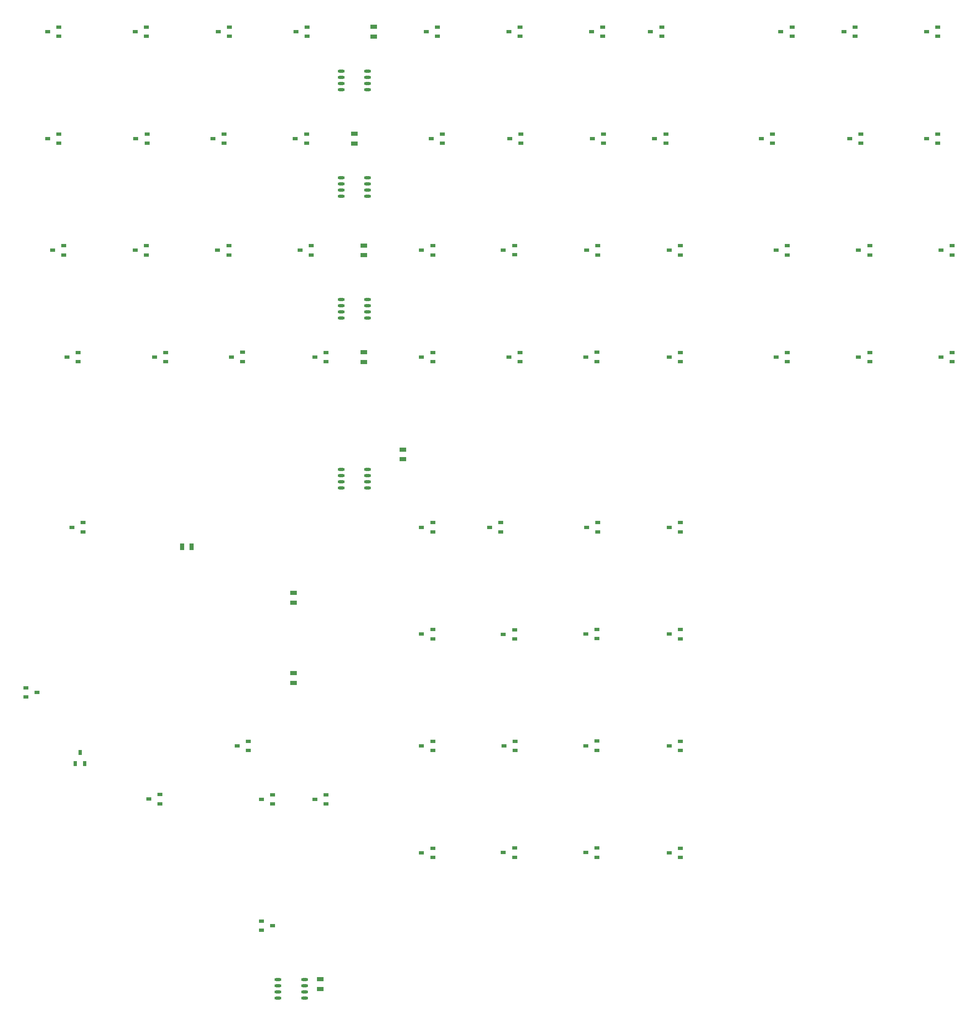
<source format=gbr>
%TF.GenerationSoftware,Altium Limited,Altium Designer,20.2.5 (213)*%
G04 Layer_Color=8421504*
%FSLAX45Y45*%
%MOMM*%
%TF.SameCoordinates,662F433C-BD6F-4083-8A0F-E7C0AAC1164F*%
%TF.FilePolarity,Positive*%
%TF.FileFunction,Paste,Top*%
%TF.Part,Single*%
G01*
G75*
%TA.AperFunction,SMDPad,CuDef*%
%ADD10R,1.05000X0.65000*%
%ADD11R,0.65000X1.05000*%
%ADD12R,0.95000X1.40000*%
%ADD13R,1.40000X0.95000*%
%ADD14O,1.45000X0.60000*%
D10*
X435000Y7895000D02*
D03*
Y7705000D02*
D03*
X665000Y7800000D02*
D03*
X13914999Y4405000D02*
D03*
Y4595000D02*
D03*
X13685001Y4500000D02*
D03*
X12200000Y4410000D02*
D03*
Y4600000D02*
D03*
X11970000Y4505000D02*
D03*
X10500000Y4410000D02*
D03*
Y4600000D02*
D03*
X10270000Y4505000D02*
D03*
X8815000Y4405000D02*
D03*
Y4595000D02*
D03*
X8585000Y4500000D02*
D03*
X5285000Y3095000D02*
D03*
Y2905000D02*
D03*
X5515000Y3000000D02*
D03*
X13914999Y6605000D02*
D03*
Y6795000D02*
D03*
X13685001Y6700000D02*
D03*
X12200000Y6610000D02*
D03*
Y6800000D02*
D03*
X11970000Y6705000D02*
D03*
X10515000Y6605000D02*
D03*
Y6795000D02*
D03*
X10285000Y6700000D02*
D03*
X8815000Y6605000D02*
D03*
Y6795000D02*
D03*
X8585000Y6700000D02*
D03*
X6615000Y5505000D02*
D03*
Y5695000D02*
D03*
X6385000Y5600000D02*
D03*
X5515000Y5505000D02*
D03*
Y5695000D02*
D03*
X5285000Y5600000D02*
D03*
X3200000Y5510000D02*
D03*
Y5700000D02*
D03*
X2970000Y5605000D02*
D03*
X13914999Y8905000D02*
D03*
Y9095000D02*
D03*
X13685001Y9000000D02*
D03*
X12200000Y8910000D02*
D03*
Y9100000D02*
D03*
X11970000Y9005000D02*
D03*
X10500000Y8900000D02*
D03*
Y9090000D02*
D03*
X10270000Y8995000D02*
D03*
X8815000Y8905000D02*
D03*
Y9095000D02*
D03*
X8585000Y9000000D02*
D03*
X5015000Y6605000D02*
D03*
Y6795000D02*
D03*
X4785000Y6700000D02*
D03*
X13914999Y11105000D02*
D03*
Y11295000D02*
D03*
X13685001Y11200000D02*
D03*
X12215000Y11105000D02*
D03*
Y11295000D02*
D03*
X11985000Y11200000D02*
D03*
X10215000Y11105000D02*
D03*
Y11295000D02*
D03*
X9985000Y11200000D02*
D03*
X8815000Y11105000D02*
D03*
Y11295000D02*
D03*
X8585000Y11200000D02*
D03*
X1615000Y11105000D02*
D03*
Y11295000D02*
D03*
X1385000Y11200000D02*
D03*
X19514999Y14605000D02*
D03*
Y14795000D02*
D03*
X19285001Y14700000D02*
D03*
X17814999Y14605000D02*
D03*
Y14795000D02*
D03*
X17585001Y14700000D02*
D03*
X16114999Y14605000D02*
D03*
Y14795000D02*
D03*
X15885001Y14700000D02*
D03*
X13914999Y14605000D02*
D03*
Y14795000D02*
D03*
X13685001Y14700000D02*
D03*
X12200000Y14610001D02*
D03*
Y14800000D02*
D03*
X11970000Y14705000D02*
D03*
X10615000Y14605000D02*
D03*
Y14795000D02*
D03*
X10385000Y14700000D02*
D03*
X8815000Y14605000D02*
D03*
Y14795000D02*
D03*
X8585000Y14700000D02*
D03*
X6615000Y14605000D02*
D03*
Y14795000D02*
D03*
X6385000Y14700000D02*
D03*
X4900000Y14610001D02*
D03*
Y14800000D02*
D03*
X4670000Y14705000D02*
D03*
X3315000Y14605000D02*
D03*
Y14795000D02*
D03*
X3085000Y14700000D02*
D03*
X1515000Y14605000D02*
D03*
Y14795000D02*
D03*
X1285000Y14700000D02*
D03*
X19514999Y16805000D02*
D03*
Y16995000D02*
D03*
X19285001Y16900000D02*
D03*
X17814999Y16805000D02*
D03*
Y16995000D02*
D03*
X17585001Y16900000D02*
D03*
X16114999Y16805000D02*
D03*
Y16995000D02*
D03*
X15885001Y16900000D02*
D03*
X13914999Y16805000D02*
D03*
Y16995000D02*
D03*
X13685001Y16900000D02*
D03*
X12215000Y16805000D02*
D03*
Y16995000D02*
D03*
X11985000Y16900000D02*
D03*
X10500000Y16810001D02*
D03*
Y17000000D02*
D03*
X10270000Y16905000D02*
D03*
X8815000Y16805000D02*
D03*
Y16995000D02*
D03*
X8585000Y16900000D02*
D03*
X6315000Y16805000D02*
D03*
Y16995000D02*
D03*
X6085000Y16900000D02*
D03*
X4615000Y16805000D02*
D03*
Y16995000D02*
D03*
X4385000Y16900000D02*
D03*
X2915000Y16805000D02*
D03*
Y16995000D02*
D03*
X2685000Y16900000D02*
D03*
X1215000Y16805000D02*
D03*
Y16995000D02*
D03*
X985000Y16900000D02*
D03*
X19214999Y19105000D02*
D03*
Y19295000D02*
D03*
X18985001Y19200000D02*
D03*
X17630000Y19105000D02*
D03*
Y19295000D02*
D03*
X17400000Y19200000D02*
D03*
X15814999Y19105000D02*
D03*
Y19295000D02*
D03*
X15585001Y19200000D02*
D03*
X13614999Y19105000D02*
D03*
Y19295000D02*
D03*
X13385001Y19200000D02*
D03*
X12330000Y19105000D02*
D03*
Y19295000D02*
D03*
X12100000Y19200000D02*
D03*
X10630000Y19105000D02*
D03*
Y19295000D02*
D03*
X10400000Y19200000D02*
D03*
X9015000Y19105000D02*
D03*
Y19295000D02*
D03*
X8785000Y19200000D02*
D03*
X6215000Y19105000D02*
D03*
Y19295000D02*
D03*
X5985000Y19200000D02*
D03*
X4515000Y19105000D02*
D03*
Y19295000D02*
D03*
X4285000Y19200000D02*
D03*
X2930000Y19105000D02*
D03*
Y19295000D02*
D03*
X2700000Y19200000D02*
D03*
X1115000Y19105000D02*
D03*
Y19295000D02*
D03*
X885000Y19200000D02*
D03*
X19214999Y21305000D02*
D03*
Y21495000D02*
D03*
X18985001Y21400000D02*
D03*
X17514999Y21305000D02*
D03*
Y21495000D02*
D03*
X17285001Y21400000D02*
D03*
X16214999Y21305000D02*
D03*
Y21495000D02*
D03*
X15985001Y21400000D02*
D03*
X13530000Y21305000D02*
D03*
Y21495000D02*
D03*
X13300000Y21400000D02*
D03*
X12315000Y21305000D02*
D03*
Y21495000D02*
D03*
X12085000Y21400000D02*
D03*
X10615000Y21305000D02*
D03*
Y21495000D02*
D03*
X10385000Y21400000D02*
D03*
X8915000Y21305000D02*
D03*
Y21495000D02*
D03*
X8685000Y21400000D02*
D03*
X6230000Y21305000D02*
D03*
Y21495000D02*
D03*
X6000000Y21400000D02*
D03*
X4630000Y21305000D02*
D03*
Y21495000D02*
D03*
X4400000Y21400000D02*
D03*
X2915000Y21305000D02*
D03*
Y21495000D02*
D03*
X2685000Y21400000D02*
D03*
X1115000Y21305000D02*
D03*
Y21495000D02*
D03*
X885000Y21400000D02*
D03*
D11*
X1455000Y6335000D02*
D03*
X1645000D02*
D03*
X1550000Y6565000D02*
D03*
D12*
X3650000Y10800000D02*
D03*
X3850000D02*
D03*
D13*
X5950000Y9650000D02*
D03*
Y9850000D02*
D03*
Y8200000D02*
D03*
Y8000000D02*
D03*
X6500000Y1900000D02*
D03*
Y1700000D02*
D03*
X7400000Y14800000D02*
D03*
Y14600000D02*
D03*
Y17000000D02*
D03*
Y16800000D02*
D03*
X7200000Y19300000D02*
D03*
Y19100000D02*
D03*
X7600000Y21500000D02*
D03*
Y21300000D02*
D03*
X8200000Y12600000D02*
D03*
Y12800000D02*
D03*
D14*
X6172500Y1509500D02*
D03*
Y1636500D02*
D03*
Y1763500D02*
D03*
Y1890500D02*
D03*
X5627500Y1509500D02*
D03*
Y1636500D02*
D03*
Y1763500D02*
D03*
Y1890500D02*
D03*
X7472500Y12009500D02*
D03*
Y12136500D02*
D03*
Y12263500D02*
D03*
Y12390500D02*
D03*
X6927500Y12009500D02*
D03*
Y12136500D02*
D03*
Y12263500D02*
D03*
Y12390500D02*
D03*
X7472500Y15509500D02*
D03*
Y15636501D02*
D03*
Y15763499D02*
D03*
Y15890500D02*
D03*
X6927500Y15509500D02*
D03*
Y15636501D02*
D03*
Y15763499D02*
D03*
Y15890500D02*
D03*
X7472500Y18009500D02*
D03*
Y18136501D02*
D03*
Y18263499D02*
D03*
Y18390500D02*
D03*
X6927500Y18009500D02*
D03*
Y18136501D02*
D03*
Y18263499D02*
D03*
Y18390500D02*
D03*
X7472500Y20209500D02*
D03*
Y20336501D02*
D03*
Y20463499D02*
D03*
Y20590500D02*
D03*
X6927500Y20209500D02*
D03*
Y20336501D02*
D03*
Y20463499D02*
D03*
Y20590500D02*
D03*
%TF.MD5,964f34f8fe1dca4c4f568593a245eaab*%
M02*

</source>
